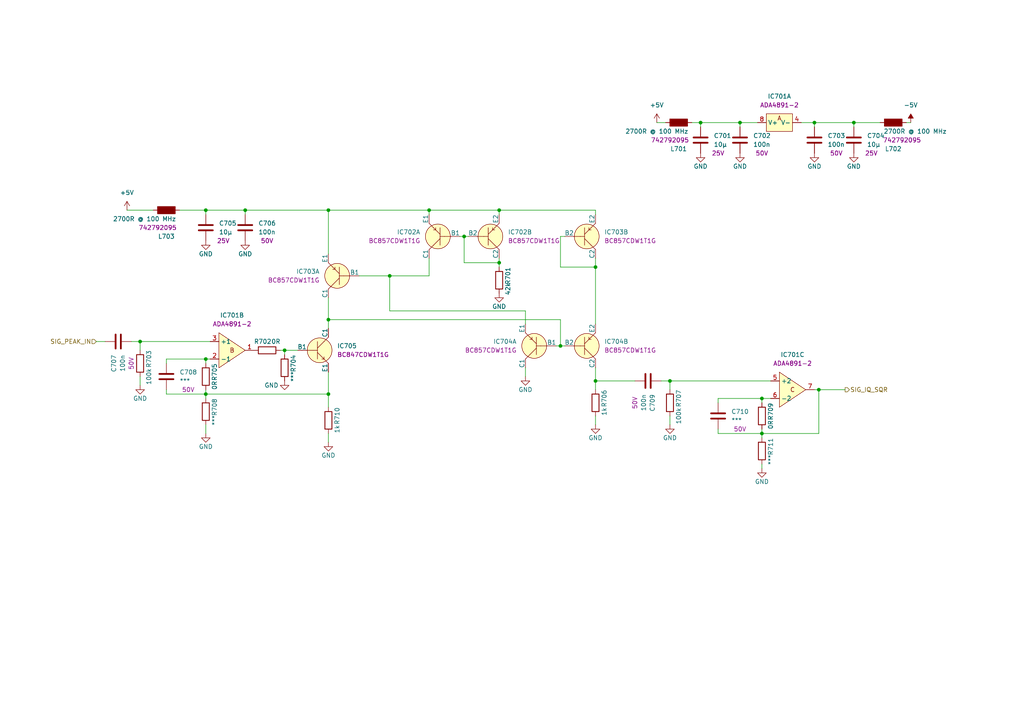
<source format=kicad_sch>
(kicad_sch (version 20231120) (generator "eeschema") (generator_version "8.0")
  (paper "A4")
  (title_block (rev "2") (company "BestSens AG"))
  (lib_symbols
    (symbol "ADA4891-2_1"
      (property "Reference" "IC" (at 0 10.16 0))
      (property "Part Number" "ADA4891-2" (at 0 7.62 0))
      (symbol "ADA4891-2_1_1_1"
        (rectangle (start -3.81 2.54) (end 3.81 -2.54) (fill (type background)))
        (text "A" (at 0 1.27 0) (effects (font (size 1.27 1.27))))
        (pin power_in line (at -6.35 0 0) (length 2.54) (name "V-") (number "4"))
        (pin power_in line (at 6.35 0 180) (length 2.54) (name "V+") (number "8"))
      )
      (symbol "ADA4891-2_1_2_1"
        (polyline (pts (xy -3.81 5.08) (xy -3.81 -5.08) (xy 3.81 0) (xy -3.81 5.08)) (fill (type background)))
        (text "B" (at 0 0 0) (effects (font (size 1.27 1.27))))
        (pin passive line (at 6.35 0 180) (length 2.54) (name "") (number "1"))
        (pin passive line (at -6.35 -2.54 0) (length 2.54) (name "-1") (number "2"))
        (pin passive line (at -6.35 2.54 0) (length 2.54) (name "+1") (number "3"))
      )
      (symbol "ADA4891-2_1_3_1"
        (polyline (pts (xy -3.81 5.08) (xy -3.81 -5.08) (xy 3.81 0) (xy -3.81 5.08)) (fill (type background)))
        (text "C" (at 0 0 0) (effects (font (size 1.27 1.27))))
        (pin input line (at -6.35 2.54 0) (length 2.54) (name "+2") (number "5"))
        (pin input line (at -6.35 -2.54 0) (length 2.54) (name "-2") (number "6"))
        (pin output line (at 6.35 0 180) (length 2.54) (name "") (number "7"))
      )
    )
    (symbol "ADA4891-2_2"
      (property "Reference" "IC" (at 0 10.16 0))
      (property "Part Number" "ADA4891-2" (at 0 7.62 0))
      (symbol "ADA4891-2_2_1_1"
        (rectangle (start -3.81 2.54) (end 3.81 -2.54) (fill (type background)))
        (text "A" (at 0 1.27 0) (effects (font (size 1.27 1.27))))
        (pin power_in line (at -6.35 0 0) (length 2.54) (name "V-") (number "4"))
        (pin power_in line (at 6.35 0 180) (length 2.54) (name "V+") (number "8"))
      )
      (symbol "ADA4891-2_2_2_1"
        (polyline (pts (xy -3.81 5.08) (xy -3.81 -5.08) (xy 3.81 0) (xy -3.81 5.08)) (fill (type background)))
        (text "B" (at 0 0 0) (effects (font (size 1.27 1.27))))
        (pin passive line (at 6.35 0 180) (length 2.54) (name "") (number "1"))
        (pin passive line (at -6.35 -2.54 0) (length 2.54) (name "-1") (number "2"))
        (pin passive line (at -6.35 2.54 0) (length 2.54) (name "+1") (number "3"))
      )
      (symbol "ADA4891-2_2_3_1"
        (polyline (pts (xy -3.81 5.08) (xy -3.81 -5.08) (xy 3.81 0) (xy -3.81 5.08)) (fill (type background)))
        (text "C" (at 0 0 0) (effects (font (size 1.27 1.27))))
        (pin input line (at -6.35 2.54 0) (length 2.54) (name "+2") (number "5"))
        (pin input line (at -6.35 -2.54 0) (length 2.54) (name "-2") (number "6"))
        (pin output line (at 6.35 0 180) (length 2.54) (name "") (number "7"))
      )
    )
    (symbol "BestParts_ICs:ADA4891-2"
      (property "Reference" "IC" (at 0 10.16 0))
      (property "Part Number" "ADA4891-2" (at 0 7.62 0))
      (symbol "ADA4891-2_1_1"
        (rectangle (start -3.81 2.54) (end 3.81 -2.54) (fill (type background)))
        (text "A" (at 0 1.27 0) (effects (font (size 1.27 1.27))))
        (pin power_in line (at -6.35 0 0) (length 2.54) (name "V-") (number "4"))
        (pin power_in line (at 6.35 0 180) (length 2.54) (name "V+") (number "8"))
      )
      (symbol "ADA4891-2_2_1"
        (polyline (pts (xy -3.81 5.08) (xy -3.81 -5.08) (xy 3.81 0) (xy -3.81 5.08)) (fill (type background)))
        (text "B" (at 0 0 0) (effects (font (size 1.27 1.27))))
        (pin passive line (at 6.35 0 180) (length 2.54) (name "") (number "1"))
        (pin passive line (at -6.35 -2.54 0) (length 2.54) (name "-1") (number "2"))
        (pin passive line (at -6.35 2.54 0) (length 2.54) (name "+1") (number "3"))
      )
      (symbol "ADA4891-2_3_1"
        (polyline (pts (xy -3.81 5.08) (xy -3.81 -5.08) (xy 3.81 0) (xy -3.81 5.08)) (fill (type background)))
        (text "C" (at 0 0 0) (effects (font (size 1.27 1.27))))
        (pin input line (at -6.35 2.54 0) (length 2.54) (name "+2") (number "5"))
        (pin input line (at -6.35 -2.54 0) (length 2.54) (name "-2") (number "6"))
        (pin output line (at 6.35 0 180) (length 2.54) (name "") (number "7"))
      )
    )
    (symbol "BestParts_ICs:BC847C-1" (pin_numbers hide) (pin_names (offset 0))
      (property "Reference" "IC" (at 0 15.24 0))
      (property "Part Number" "BC847CDW1T1G " (at 0 12.7 0))
      (symbol "BC847C-1_1_1"
        (polyline (pts (xy -1.905 0) (xy -3.81 0)))
        (polyline (pts (xy -0.635 -0.635) (xy 1.27 -2.54)))
        (polyline (pts (xy -0.635 0) (xy -1.905 0)))
        (polyline (pts (xy -0.635 0.635) (xy 1.27 2.54)))
        (polyline (pts (xy -0.635 2.54) (xy -0.635 -2.54)))
        (polyline (pts (xy 1.27 -2.54) (xy 0.635 -2.54)))
        (polyline (pts (xy 1.27 -2.54) (xy 1.27 -1.905)))
        (polyline (pts (xy 1.27 -2.54) (xy 2.54 -3.81)))
        (polyline (pts (xy 1.27 2.54) (xy 2.54 3.81)))
        (circle (center 0 0) (radius 3.5921) (fill (type background)))
        (pin passive line (at -6.35 0 0) (length 2.54) (name "B1") (number "1"))
        (pin passive line (at 2.54 -6.35 90) (length 2.54) (name "E1") (number "2"))
        (pin passive line (at 2.54 6.35 270) (length 2.54) (name "C1") (number "3"))
      )
    )
    (symbol "BestParts_ICs:BC857C-2" (pin_numbers hide) (pin_names (offset 0))
      (property "Reference" "IC" (at 0 15.24 0))
      (property "Part Number" "BC857CDW1T1G" (at 0 12.7 0))
      (symbol "BC857C-2_1_1"
        (polyline (pts (xy -1.905 0) (xy -3.81 0)))
        (polyline (pts (xy -0.635 -0.635) (xy 1.27 -2.54)))
        (polyline (pts (xy -0.635 0) (xy -1.905 0)))
        (polyline (pts (xy -0.635 0.635) (xy 1.27 2.54)))
        (polyline (pts (xy -0.635 2.54) (xy -0.635 -2.54)))
        (polyline (pts (xy 0.635 -1.905) (xy 0.635 -2.54)))
        (polyline (pts (xy 0.635 -1.905) (xy 1.27 -1.905)))
        (polyline (pts (xy 1.27 -2.54) (xy 2.54 -3.81)))
        (polyline (pts (xy 1.27 2.54) (xy 2.54 3.81)))
        (circle (center 0 0) (radius 3.5921) (fill (type background)))
        (pin passive line (at 2.54 6.35 270) (length 2.54) (name "C1") (number "3"))
        (pin passive line (at 2.54 -6.35 90) (length 2.54) (name "E1") (number "4"))
        (pin passive line (at -6.35 0 0) (length 2.54) (name "B1") (number "5"))
      )
      (symbol "BC857C-2_2_1"
        (polyline (pts (xy -1.905 0) (xy -3.81 0)))
        (polyline (pts (xy -0.635 -0.635) (xy 1.27 -2.54)))
        (polyline (pts (xy -0.635 0) (xy -1.905 0)))
        (polyline (pts (xy -0.635 0.635) (xy 1.27 2.54)))
        (polyline (pts (xy -0.635 2.54) (xy -0.635 -2.54)))
        (polyline (pts (xy 0.635 -1.905) (xy 0.635 -2.54)))
        (polyline (pts (xy 0.635 -1.905) (xy 1.27 -1.905)))
        (polyline (pts (xy 1.27 -2.54) (xy 2.54 -3.81)))
        (polyline (pts (xy 1.27 2.54) (xy 2.54 3.81)))
        (circle (center 0 0) (radius 3.5921) (fill (type background)))
        (pin passive line (at 2.54 -6.35 90) (length 2.54) (name "E2") (number "1"))
        (pin passive line (at -6.35 0 0) (length 2.54) (name "B2") (number "2"))
        (pin passive line (at 2.54 6.35 270) (length 2.54) (name "C2") (number "6"))
      )
    )
    (symbol "Device:C" (pin_numbers hide) (pin_names (offset 0.254))
      (property "Reference" "C" (at 0.635 2.54 0))
      (property "Value" "C" (at 0.635 -2.54 0))
      (symbol "C_0_1"
        (polyline (pts (xy -2.032 -0.762) (xy 2.032 -0.762)) (stroke (width 0.508)))
        (polyline (pts (xy -2.032 0.762) (xy 2.032 0.762)) (stroke (width 0.508)))
      )
      (symbol "C_1_1"
        (pin passive line (at 0 3.81 270) (length 2.794) (name "~") (number "1"))
        (pin passive line (at 0 -3.81 90) (length 2.794) (name "~") (number "2"))
      )
    )
    (symbol "Device:R" (pin_numbers hide) (pin_names (offset 0))
      (property "Reference" "R" (at 2.032 0 90))
      (property "Value" "R" (at 0 0 90))
      (symbol "R_0_1"
        (rectangle (start -1.016 -2.54) (end 1.016 2.54) (stroke (width 0.254)))
      )
      (symbol "R_1_1"
        (pin passive line (at 0 3.81 270) (length 1.27) (name "~") (number "1"))
        (pin passive line (at 0 -3.81 90) (length 1.27) (name "~") (number "2"))
      )
    )
    (symbol "Ferrit_1" (pin_numbers hide)
      (property "Reference" "L" (at 0 2.54 0))
      (symbol "Ferrit_1_1_1"
        (rectangle (start -2.54 1.016) (end 2.54 -1.016) (stroke (width 0.254)) (fill (type outline)))
        (pin passive line (at -3.81 0 0) (length 1.27) (name "") (number "1"))
        (pin passive line (at 3.81 0 180) (length 1.27) (name "") (number "2"))
      )
    )
    (symbol "power:+5V" (power) (pin_names (offset 0))
      (property "Value" "+5V" (at 0 3.556 0))
      (symbol "+5V_0_1"
        (polyline (pts (xy -0.762 1.27) (xy 0 2.54)))
        (polyline (pts (xy 0 0) (xy 0 2.54)))
        (polyline (pts (xy 0 2.54) (xy 0.762 1.27)))
      )
      (symbol "+5V_1_1"
        (pin power_in line (at 0 0 90) (length 0) hide (name "+5V") (number "1"))
      )
    )
    (symbol "power:-5V" (power) (pin_names (offset 0))
      (property "Value" "-5V" (at 0 3.81 0))
      (symbol "-5V_0_0"
        (pin power_in line (at 0 0 90) (length 0) hide (name "-5V") (number "1"))
      )
      (symbol "-5V_0_1"
        (polyline (pts (xy 0 0) (xy 0 1.27) (xy 0.762 1.27) (xy 0 2.54) (xy -0.762 1.27) (xy 0 1.27)) (fill (type outline)))
      )
    )
    (symbol "power:GND" (power) (pin_names (offset 0))
      (property "Value" "GND" (at 0 -3.81 0))
      (symbol "GND_0_1"
        (polyline (pts (xy 0 0) (xy 0 -1.27) (xy 1.27 -1.27) (xy 0 -2.54) (xy -1.27 -1.27) (xy 0 -1.27)))
      )
      (symbol "GND_1_1"
        (pin power_in line (at 0 0 270) (length 0) hide (name "GND") (number "1"))
      )
    )
  )
  (junction (at 95.25 92.71))
  (junction (at 237.49 113.03))
  (junction (at 144.78 76.2))
  (junction (at 59.69 104.14))
  (junction (at 162.56 100.33))
  (junction (at 95.25 114.3))
  (junction (at 40.64 99.06))
  (junction (at 203.2 35.56))
  (junction (at 220.98 115.57))
  (junction (at 124.46 60.96))
  (junction (at 71.12 60.96))
  (junction (at 220.98 125.73))
  (junction (at 134.62 68.58))
  (junction (at 59.69 114.3))
  (junction (at 172.72 110.49))
  (junction (at 247.65 35.56))
  (junction (at 236.22 35.56))
  (junction (at 144.78 60.96))
  (junction (at 59.69 60.96))
  (junction (at 95.25 60.96))
  (junction (at 172.72 77.47))
  (junction (at 194.31 110.49))
  (junction (at 214.63 35.56))
  (junction (at 82.55 101.6))
  (junction (at 113.03 80.01))
  (wire (pts (xy 247.65 35.56) (xy 247.65 36.83)))
  (wire (pts (xy 52.07 60.96) (xy 59.69 60.96)))
  (wire (pts (xy 104.14 80.01) (xy 113.03 80.01)))
  (wire (pts (xy 48.26 104.14) (xy 48.26 105.41)))
  (wire (pts (xy 36.83 60.96) (xy 44.45 60.96)))
  (wire (pts (xy 220.98 115.57) (xy 223.52 115.57)))
  (wire (pts (xy 236.22 35.56) (xy 236.22 36.83)))
  (wire (pts (xy 203.2 35.56) (xy 214.63 35.56)))
  (wire (pts (xy 113.03 80.01) (xy 113.03 90.17)))
  (wire (pts (xy 133.35 68.58) (xy 134.62 68.58)))
  (wire (pts (xy 220.98 125.73) (xy 237.49 125.73)))
  (wire (pts (xy 59.69 113.03) (xy 59.69 114.3)))
  (wire (pts (xy 59.69 104.14) (xy 60.96 104.14)))
  (wire (pts (xy 59.69 114.3) (xy 95.25 114.3)))
  (wire (pts (xy 40.64 99.06) (xy 40.64 101.6)))
  (wire (pts (xy 232.41 35.56) (xy 236.22 35.56)))
  (wire (pts (xy 191.77 110.49) (xy 194.31 110.49)))
  (wire (pts (xy 200.66 35.56) (xy 203.2 35.56)))
  (wire (pts (xy 255.27 35.56) (xy 247.65 35.56)))
  (wire (pts (xy 95.25 60.96) (xy 124.46 60.96)))
  (wire (pts (xy 172.72 60.96) (xy 172.72 62.23)))
  (wire (pts (xy 264.16 35.56) (xy 262.89 35.56)))
  (wire (pts (xy 95.25 114.3) (xy 95.25 118.11)))
  (wire (pts (xy 152.4 90.17) (xy 152.4 93.98)))
  (wire (pts (xy 236.22 35.56) (xy 247.65 35.56)))
  (wire (pts (xy 124.46 60.96) (xy 124.46 62.23)))
  (wire (pts (xy 161.29 100.33) (xy 162.56 100.33)))
  (wire (pts (xy 113.03 90.17) (xy 152.4 90.17)))
  (wire (pts (xy 134.62 76.2) (xy 144.78 76.2)))
  (wire (pts (xy 172.72 110.49) (xy 184.15 110.49)))
  (wire (pts (xy 144.78 74.93) (xy 144.78 76.2)))
  (wire (pts (xy 48.26 114.3) (xy 48.26 113.03)))
  (wire (pts (xy 134.62 68.58) (xy 134.62 76.2)))
  (wire (pts (xy 208.28 125.73) (xy 208.28 124.46)))
  (wire (pts (xy 81.28 101.6) (xy 82.55 101.6)))
  (wire (pts (xy 162.56 77.47) (xy 172.72 77.47)))
  (wire (pts (xy 134.62 68.58) (xy 135.89 68.58)))
  (wire (pts (xy 220.98 115.57) (xy 220.98 116.84)))
  (wire (pts (xy 162.56 100.33) (xy 163.83 100.33)))
  (wire (pts (xy 59.69 60.96) (xy 59.69 62.23)))
  (wire (pts (xy 190.5 35.56) (xy 193.04 35.56)))
  (wire (pts (xy 162.56 68.58) (xy 162.56 77.47)))
  (wire (pts (xy 40.64 99.06) (xy 60.96 99.06)))
  (wire (pts (xy 144.78 60.96) (xy 172.72 60.96)))
  (wire (pts (xy 40.64 109.22) (xy 40.64 111.76)))
  (wire (pts (xy 59.69 60.96) (xy 71.12 60.96)))
  (wire (pts (xy 172.72 74.93) (xy 172.72 77.47)))
  (wire (pts (xy 95.25 60.96) (xy 95.25 73.66)))
  (wire (pts (xy 48.26 114.3) (xy 59.69 114.3)))
  (wire (pts (xy 172.72 110.49) (xy 172.72 113.03)))
  (wire (pts (xy 59.69 123.19) (xy 59.69 125.73)))
  (wire (pts (xy 208.28 115.57) (xy 208.28 116.84)))
  (wire (pts (xy 38.1 99.06) (xy 40.64 99.06)))
  (wire (pts (xy 144.78 60.96) (xy 144.78 62.23)))
  (wire (pts (xy 172.72 77.47) (xy 172.72 93.98)))
  (wire (pts (xy 203.2 35.56) (xy 203.2 36.83)))
  (wire (pts (xy 237.49 113.03) (xy 237.49 125.73)))
  (wire (pts (xy 59.69 114.3) (xy 59.69 115.57)))
  (wire (pts (xy 152.4 106.68) (xy 152.4 109.22)))
  (wire (pts (xy 27.94 99.06) (xy 30.48 99.06)))
  (wire (pts (xy 172.72 120.65) (xy 172.72 123.19)))
  (wire (pts (xy 208.28 125.73) (xy 220.98 125.73)))
  (wire (pts (xy 82.55 101.6) (xy 82.55 102.87)))
  (wire (pts (xy 237.49 113.03) (xy 245.11 113.03)))
  (wire (pts (xy 71.12 60.96) (xy 71.12 62.23)))
  (wire (pts (xy 124.46 60.96) (xy 144.78 60.96)))
  (wire (pts (xy 59.69 104.14) (xy 59.69 105.41)))
  (wire (pts (xy 220.98 134.62) (xy 220.98 135.89)))
  (wire (pts (xy 95.25 107.95) (xy 95.25 114.3)))
  (wire (pts (xy 162.56 68.58) (xy 163.83 68.58)))
  (wire (pts (xy 82.55 101.6) (xy 86.36 101.6)))
  (wire (pts (xy 162.56 92.71) (xy 162.56 100.33)))
  (wire (pts (xy 236.22 113.03) (xy 237.49 113.03)))
  (wire (pts (xy 95.25 86.36) (xy 95.25 92.71)))
  (wire (pts (xy 124.46 74.93) (xy 124.46 80.01)))
  (wire (pts (xy 113.03 80.01) (xy 124.46 80.01)))
  (wire (pts (xy 220.98 125.73) (xy 220.98 127)))
  (wire (pts (xy 194.31 120.65) (xy 194.31 123.19)))
  (wire (pts (xy 208.28 115.57) (xy 220.98 115.57)))
  (wire (pts (xy 214.63 35.56) (xy 219.71 35.56)))
  (wire (pts (xy 144.78 76.2) (xy 144.78 77.47)))
  (wire (pts (xy 95.25 125.73) (xy 95.25 128.27)))
  (wire (pts (xy 194.31 110.49) (xy 223.52 110.49)))
  (wire (pts (xy 71.12 60.96) (xy 95.25 60.96)))
  (wire (pts (xy 172.72 106.68) (xy 172.72 110.49)))
  (wire (pts (xy 194.31 110.49) (xy 194.31 113.03)))
  (wire (pts (xy 214.63 35.56) (xy 214.63 36.83)))
  (wire (pts (xy 48.26 104.14) (xy 59.69 104.14)))
  (wire (pts (xy 95.25 92.71) (xy 95.25 95.25)))
  (wire (pts (xy 95.25 92.71) (xy 162.56 92.71)))
  (wire (pts (xy 220.98 124.46) (xy 220.98 125.73)))
  (hierarchical_label "SIG_PEAK_IN" (shape input) (at 27.94 99.06 180))
  (hierarchical_label "SIG_IQ_SQR" (shape output) (at 245.11 113.03 0))
  (symbol (lib_id "Device:R") (at 144.78 81.28 0) (unit 1)
    (property "Reference" "R701" (at 147.32 80.01 90))
    (property "Value" "42k" (at 147.32 83.82 90))
    (property "Footprint" "BestParts_Resistors:R_0603" (effects (hide yes)))
    (property "Part Number" "Generic" (effects (hide yes)))
  )
  (symbol (lib_id "Device:C") (at 187.96 110.49 270) (unit 1)
    (property "Reference" "C709" (at 189.23 114.3 0) (effects (justify left)))
    (property "Value" "100n" (at 186.69 114.3 0) (effects (justify left)))
    (property "Footprint" "BestParts_Caps:C_0603" (effects (hide yes)))
    (property "Voltage" "50V" (at 184.15 116.84 0))
  )
  (symbol (lib_id "Device:R") (at 172.72 116.84 0) (unit 1)
    (property "Reference" "R706" (at 175.26 115.57 90))
    (property "Value" "1k" (at 175.26 119.38 90))
    (property "Footprint" "BestParts_Resistors:R_0603" (effects (hide yes)))
    (property "Part Number" "Generic" (effects (hide yes)))
  )
  (symbol (lib_name "ADA4891-2_1") (lib_id "BestParts_ICs:ADA4891-2") (at 229.87 113.03 0) (unit 3)
    (property "Reference" "IC701" (at 229.87 102.87 0))
    (property "Value" "*" (effects (hide yes)))
    (property "Footprint" "BestParts_ICs:ADA4891-2 - SOIC-8" (effects (hide yes)))
    (property "Part Number" "ADA4891-2" (at 229.87 105.41 0))
    (property "Manufacturer" "Analog Devices" (effects (hide yes)))
  )
  (symbol (lib_id "Device:C") (at 247.65 40.64 0) (unit 1)
    (property "Reference" "C704" (at 251.46 39.37 0) (effects (justify left)))
    (property "Value" "10µ" (at 251.46 41.91 0) (effects (justify left)))
    (property "Footprint" "BestParts_Caps:C_0603" (effects (hide yes)))
    (property "Voltage" "25V" (at 252.73 44.45 0))
  )
  (symbol (lib_id "Device:R") (at 82.55 106.68 0) (unit 1)
    (property "Reference" "R704" (at 85.09 105.41 90))
    (property "Value" "***" (at 85.09 109.22 90))
    (property "Footprint" "BestParts_Resistors:R_0603" (effects (hide yes)))
    (property "Part Number" "Generic" (effects (hide yes)))
  )
  (symbol (lib_id "power:GND") (at 59.69 69.85 0) (unit 1)
    (property "Reference" "#PWR0708" (effects (hide yes)))
    (property "Value" "GND" (at 59.69 73.66 0))
  )
  (symbol (lib_id "power:GND") (at 220.98 135.89 0) (unit 1)
    (property "Reference" "#PWR0718" (effects (hide yes)))
    (property "Value" "GND" (at 220.98 139.7 0))
  )
  (symbol (lib_name "Ferrit_1") (lib_id "BestParts_Inductors:Ferrit") (at 48.26 60.96 180) (unit 1)
    (property "Reference" "L703" (at 48.26 68.58 0))
    (property "Value" "2700R @ 100 MHz" (at 41.91 63.5 0))
    (property "Footprint" "BestParts_Resistors:R_0805" (effects (hide yes)))
    (property "Part Number" "742792095" (at 45.72 66.04 0))
  )
  (symbol (lib_id "Device:R") (at 95.25 121.92 0) (unit 1)
    (property "Reference" "R710" (at 97.79 120.65 90))
    (property "Value" "1k" (at 97.79 124.46 90))
    (property "Footprint" "BestParts_Resistors:R_0603" (effects (hide yes)))
    (property "Part Number" "Generic" (effects (hide yes)))
  )
  (symbol (lib_id "power:-5V") (at 264.16 35.56 0) (unit 1)
    (property "Reference" "#PWR0702" (effects (hide yes)))
    (property "Value" "-5V" (at 264.16 30.48 0))
  )
  (symbol (lib_id "Device:C") (at 59.69 66.04 0) (unit 1)
    (property "Reference" "C705" (at 63.5 64.77 0) (effects (justify left)))
    (property "Value" "10µ" (at 63.5 67.31 0) (effects (justify left)))
    (property "Footprint" "BestParts_Caps:C_0603" (effects (hide yes)))
    (property "Voltage" "25V" (at 64.77 69.85 0))
  )
  (symbol (lib_id "power:GND") (at 71.12 69.85 0) (unit 1)
    (property "Reference" "#PWR0709" (effects (hide yes)))
    (property "Value" "GND" (at 71.12 73.66 0))
  )
  (symbol (lib_id "power:+5V") (at 36.83 60.96 0) (unit 1)
    (property "Reference" "#PWR0707" (effects (hide yes)))
    (property "Value" "+5V" (at 36.83 55.88 0))
  )
  (symbol (lib_id "Device:C") (at 208.28 120.65 0) (unit 1)
    (property "Reference" "C710" (at 212.09 119.38 0) (effects (justify left)))
    (property "Value" "***" (at 212.09 121.92 0) (effects (justify left)))
    (property "Footprint" "BestParts_Caps:C_0603" (effects (hide yes)))
    (property "Voltage" "50V" (at 214.63 124.46 0))
  )
  (symbol (lib_id "power:GND") (at 236.22 44.45 0) (unit 1)
    (property "Reference" "#PWR0705" (effects (hide yes)))
    (property "Value" "GND" (at 236.22 48.26 0))
  )
  (symbol (lib_id "BestParts_ICs:BC857C-2") (at 170.18 68.58 0) (mirror x) (unit 2)
    (property "Reference" "IC703" (at 175.26 67.31 0) (effects (justify left)))
    (property "Value" "*" (effects (hide yes)))
    (property "Footprint" "BestParts_ICs:BC847C-2 - SC-70-6" (effects (hide yes)))
    (property "Datasheet" "https://www.mouser.de/datasheet/2/308/1/BC856BDW1T1_D-2310270.pdf" (effects (hide yes)))
    (property "Part Number" "BC857CDW1T1G" (at 175.26 69.85 0) (effects (justify left)))
  )
  (symbol (lib_id "Device:C") (at 214.63 40.64 0) (unit 1)
    (property "Reference" "C702" (at 218.44 39.37 0) (effects (justify left)))
    (property "Value" "100n" (at 218.44 41.91 0) (effects (justify left)))
    (property "Footprint" "BestParts_Caps:C_0603" (effects (hide yes)))
    (property "Voltage" "50V" (at 220.98 44.45 0))
  )
  (symbol (lib_id "Device:C") (at 71.12 66.04 0) (unit 1)
    (property "Reference" "C706" (at 74.93 64.77 0) (effects (justify left)))
    (property "Value" "100n" (at 74.93 67.31 0) (effects (justify left)))
    (property "Footprint" "BestParts_Caps:C_0603" (effects (hide yes)))
    (property "Voltage" "50V" (at 77.47 69.85 0))
  )
  (symbol (lib_id "Device:R") (at 59.69 119.38 0) (unit 1)
    (property "Reference" "R708" (at 62.23 118.11 90))
    (property "Value" "***" (at 62.23 121.92 90))
    (property "Footprint" "BestParts_Resistors:R_0603" (effects (hide yes)))
    (property "Part Number" "Generic" (effects (hide yes)))
  )
  (symbol (lib_id "BestParts_ICs:BC857C-2") (at 142.24 68.58 0) (mirror x) (unit 2)
    (property "Reference" "IC702" (at 147.32 67.31 0) (effects (justify left)))
    (property "Value" "*" (effects (hide yes)))
    (property "Footprint" "BestParts_ICs:BC847C-2 - SC-70-6" (effects (hide yes)))
    (property "Datasheet" "https://www.mouser.de/datasheet/2/308/1/BC856BDW1T1_D-2310270.pdf" (effects (hide yes)))
    (property "Part Number" "BC857CDW1T1G" (at 147.32 69.85 0) (effects (justify left)))
  )
  (symbol (lib_id "power:GND") (at 59.69 125.73 0) (unit 1)
    (property "Reference" "#PWR0716" (effects (hide yes)))
    (property "Value" "GND" (at 59.69 129.54 0))
  )
  (symbol (lib_id "Device:R") (at 40.64 105.41 0) (unit 1)
    (property "Reference" "R703" (at 43.18 104.14 90))
    (property "Value" "100k" (at 43.18 109.22 90))
    (property "Footprint" "BestParts_Resistors:R_0603" (effects (hide yes)))
    (property "Part Number" "Generic" (effects (hide yes)))
  )
  (symbol (lib_id "power:+5V") (at 190.5 35.56 0) (unit 1)
    (property "Reference" "#PWR0701" (effects (hide yes)))
    (property "Value" "+5V" (at 190.5 30.48 0))
  )
  (symbol (lib_id "BestParts_ICs:BC857C-2") (at 170.18 100.33 0) (mirror x) (unit 2)
    (property "Reference" "IC704" (at 175.26 99.06 0) (effects (justify left)))
    (property "Value" "*" (effects (hide yes)))
    (property "Footprint" "BestParts_ICs:BC847C-2 - SC-70-6" (effects (hide yes)))
    (property "Datasheet" "https://www.mouser.de/datasheet/2/308/1/BC856BDW1T1_D-2310270.pdf" (effects (hide yes)))
    (property "Part Number" "BC857CDW1T1G" (at 175.26 101.6 0) (effects (justify left)))
  )
  (symbol (lib_id "Device:R") (at 220.98 130.81 0) (unit 1)
    (property "Reference" "R711" (at 223.52 129.54 90))
    (property "Value" "***" (at 223.52 133.35 90))
    (property "Footprint" "BestParts_Resistors:R_0603" (effects (hide yes)))
    (property "Part Number" "Generic" (effects (hide yes)))
  )
  (symbol (lib_id "Device:C") (at 34.29 99.06 90) (mirror x) (unit 1)
    (property "Reference" "C707" (at 33.02 102.87 0) (effects (justify left)))
    (property "Value" "100n" (at 35.56 102.87 0) (effects (justify left)))
    (property "Footprint" "BestParts_Caps:C_0603" (effects (hide yes)))
    (property "Voltage" "50V" (at 38.1 105.41 0))
  )
  (symbol (lib_id "Device:R") (at 194.31 116.84 0) (unit 1)
    (property "Reference" "R707" (at 196.85 115.57 90))
    (property "Value" "100k" (at 196.85 120.65 90))
    (property "Footprint" "BestParts_Resistors:R_0603" (effects (hide yes)))
    (property "Part Number" "Generic" (effects (hide yes)))
  )
  (symbol (lib_id "power:GND") (at 194.31 123.19 0) (unit 1)
    (property "Reference" "#PWR0715" (effects (hide yes)))
    (property "Value" "GND" (at 194.31 127 0))
  )
  (symbol (lib_id "power:GND") (at 95.25 128.27 0) (unit 1)
    (property "Reference" "#PWR0717" (effects (hide yes)))
    (property "Value" "GND" (at 95.25 132.08 0))
  )
  (symbol (lib_id "BestParts_ICs:BC847C-1") (at 92.71 101.6 0) (unit 1)
    (property "Reference" "IC705" (at 97.79 100.33 0) (effects (justify left)))
    (property "Value" "*" (effects (hide yes)))
    (property "Footprint" "BestParts_ICs:BC847C-1 - SC-70-3" (effects (hide yes)))
    (property "Datasheet" "https://www.mouser.de/datasheet/2/308/1/BC846BDW1T1_D-2310328.pdf" (effects (hide yes)))
    (property "Part Number" "BC847CDW1T1G " (at 97.79 102.87 0) (effects (justify left)))
  )
  (symbol (lib_id "Device:R") (at 59.69 109.22 0) (unit 1)
    (property "Reference" "R705" (at 62.23 107.95 90))
    (property "Value" "0R" (at 62.23 111.76 90))
    (property "Footprint" "BestParts_Resistors:R_0603" (effects (hide yes)))
    (property "Part Number" "Generic" (effects (hide yes)))
  )
  (symbol (lib_name "Ferrit_1") (lib_id "BestParts_Inductors:Ferrit") (at 259.08 35.56 0) (mirror x) (unit 1)
    (property "Reference" "L702" (at 259.08 43.18 0))
    (property "Value" "2700R @ 100 MHz" (at 265.43 38.1 0))
    (property "Footprint" "BestParts_Resistors:R_0805" (effects (hide yes)))
    (property "Part Number" "742792095" (at 261.62 40.64 0))
  )
  (symbol (lib_id "Device:C") (at 236.22 40.64 0) (unit 1)
    (property "Reference" "C703" (at 240.03 39.37 0) (effects (justify left)))
    (property "Value" "100n" (at 240.03 41.91 0) (effects (justify left)))
    (property "Footprint" "BestParts_Caps:C_0603" (effects (hide yes)))
    (property "Voltage" "50V" (at 242.57 44.45 0))
  )
  (symbol (lib_id "power:GND") (at 214.63 44.45 0) (unit 1)
    (property "Reference" "#PWR0704" (effects (hide yes)))
    (property "Value" "GND" (at 214.63 48.26 0))
  )
  (symbol (lib_id "power:GND") (at 203.2 44.45 0) (unit 1)
    (property "Reference" "#PWR0703" (effects (hide yes)))
    (property "Value" "GND" (at 203.2 48.26 0))
  )
  (symbol (lib_id "Device:C") (at 48.26 109.22 0) (unit 1)
    (property "Reference" "C708" (at 52.07 107.95 0) (effects (justify left)))
    (property "Value" "***" (at 52.07 110.49 0) (effects (justify left)))
    (property "Footprint" "BestParts_Caps:C_0603" (effects (hide yes)))
    (property "Voltage" "50V" (at 54.61 113.03 0))
  )
  (symbol (lib_id "power:GND") (at 40.64 111.76 0) (unit 1)
    (property "Reference" "#PWR0713" (effects (hide yes)))
    (property "Value" "GND" (at 40.64 115.57 0))
  )
  (symbol (lib_id "BestParts_ICs:BC857C-2") (at 127 68.58 180) (unit 1)
    (property "Reference" "IC702" (at 121.92 67.31 0) (effects (justify left)))
    (property "Value" "*" (effects (hide yes)))
    (property "Footprint" "BestParts_ICs:BC847C-2 - SC-70-6" (effects (hide yes)))
    (property "Datasheet" "https://www.mouser.de/datasheet/2/308/1/BC856BDW1T1_D-2310270.pdf" (effects (hide yes)))
    (property "Part Number" "BC857CDW1T1G" (at 121.92 69.85 0) (effects (justify left)))
  )
  (symbol (lib_name "Ferrit_1") (lib_id "BestParts_Inductors:Ferrit") (at 196.85 35.56 180) (unit 1)
    (property "Reference" "L701" (at 196.85 43.18 0))
    (property "Value" "2700R @ 100 MHz" (at 190.5 38.1 0))
    (property "Footprint" "BestParts_Resistors:R_0805" (effects (hide yes)))
    (property "Part Number" "742792095" (at 194.31 40.64 0))
  )
  (symbol (lib_id "power:GND") (at 247.65 44.45 0) (unit 1)
    (property "Reference" "#PWR0706" (effects (hide yes)))
    (property "Value" "GND" (at 247.65 48.26 0))
  )
  (symbol (lib_id "BestParts_ICs:BC857C-2") (at 97.79 80.01 180) (unit 1)
    (property "Reference" "IC703" (at 92.71 78.74 0) (effects (justify left)))
    (property "Value" "*" (effects (hide yes)))
    (property "Footprint" "BestParts_ICs:BC847C-2 - SC-70-6" (effects (hide yes)))
    (property "Datasheet" "https://www.mouser.de/datasheet/2/308/1/BC856BDW1T1_D-2310270.pdf" (effects (hide yes)))
    (property "Part Number" "BC857CDW1T1G" (at 92.71 81.28 0) (effects (justify left)))
  )
  (symbol (lib_name "ADA4891-2_2") (lib_id "BestParts_ICs:ADA4891-2") (at 67.31 101.6 0) (unit 2)
    (property "Reference" "IC701" (at 67.31 91.44 0))
    (property "Value" "*" (effects (hide yes)))
    (property "Footprint" "BestParts_ICs:ADA4891-2 - SOIC-8" (effects (hide yes)))
    (property "Part Number" "ADA4891-2" (at 67.31 93.98 0))
    (property "Manufacturer" "Analog Devices" (effects (hide yes)))
  )
  (symbol (lib_id "power:GND") (at 152.4 109.22 0) (unit 1)
    (property "Reference" "#PWR0711" (effects (hide yes)))
    (property "Value" "GND" (at 152.4 113.03 0))
  )
  (symbol (lib_id "power:GND") (at 144.78 85.09 0) (unit 1)
    (property "Reference" "#PWR0710" (effects (hide yes)))
    (property "Value" "GND" (at 144.78 88.9 0))
  )
  (symbol (lib_id "BestParts_ICs:ADA4891-2") (at 226.06 35.56 0) (mirror y) (unit 1)
    (property "Reference" "IC701" (at 226.06 27.94 0))
    (property "Value" "*" (effects (hide yes)))
    (property "Footprint" "BestParts_ICs:ADA4891-2 - SOIC-8" (effects (hide yes)))
    (property "Part Number" "ADA4891-2" (at 226.06 30.48 0))
    (property "Manufacturer" "Analog Devices" (effects (hide yes)))
  )
  (symbol (lib_id "power:GND") (at 82.55 110.49 0) (unit 1)
    (property "Reference" "#PWR0712" (effects (hide yes)))
    (property "Value" "GND" (at 78.74 111.76 0))
  )
  (symbol (lib_id "BestParts_ICs:BC857C-2") (at 154.94 100.33 180) (unit 1)
    (property "Reference" "IC704" (at 149.86 99.06 0) (effects (justify left)))
    (property "Value" "*" (effects (hide yes)))
    (property "Footprint" "BestParts_ICs:BC847C-2 - SC-70-6" (effects (hide yes)))
    (property "Datasheet" "https://www.mouser.de/datasheet/2/308/1/BC856BDW1T1_D-2310270.pdf" (effects (hide yes)))
    (property "Part Number" "BC857CDW1T1G" (at 149.86 101.6 0) (effects (justify left)))
  )
  (symbol (lib_id "Device:C") (at 203.2 40.64 0) (unit 1)
    (property "Reference" "C701" (at 207.01 39.37 0) (effects (justify left)))
    (property "Value" "10µ" (at 207.01 41.91 0) (effects (justify left)))
    (property "Footprint" "BestParts_Caps:C_0603" (effects (hide yes)))
    (property "Voltage" "25V" (at 208.28 44.45 0))
  )
  (symbol (lib_id "Device:R") (at 77.47 101.6 90) (unit 1)
    (property "Reference" "R702" (at 76.2 99.06 90))
    (property "Value" "0R" (at 80.01 99.06 90))
    (property "Footprint" "BestParts_Resistors:R_0603" (effects (hide yes)))
    (property "Part Number" "Generic" (effects (hide yes)))
  )
  (symbol (lib_id "Device:R") (at 220.98 120.65 0) (unit 1)
    (property "Reference" "R709" (at 223.52 119.38 90))
    (property "Value" "0R" (at 223.52 123.19 90))
    (property "Footprint" "BestParts_Resistors:R_0603" (effects (hide yes)))
    (property "Part Number" "Generic" (effects (hide yes)))
  )
  (symbol (lib_id "power:GND") (at 172.72 123.19 0) (unit 1)
    (property "Reference" "#PWR0714" (effects (hide yes)))
    (property "Value" "GND" (at 172.72 127 0))
  )
)
</source>
